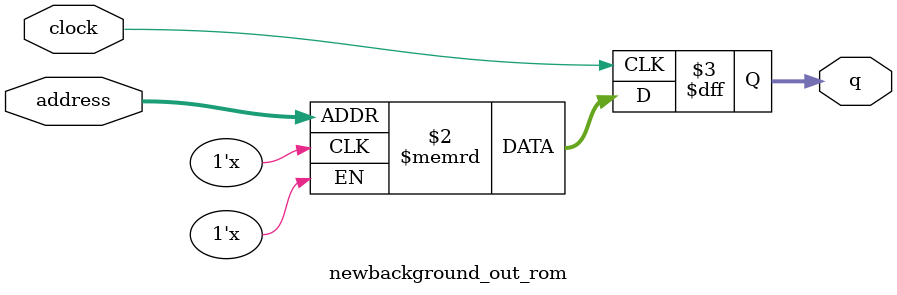
<source format=sv>
module newbackground_out_rom (
	input logic clock,
	input logic [17:0] address,
	output logic [2:0] q
);

logic [2:0] memory [0:210239] /* synthesis ram_init_file = "./newbackground_out/newbackground_out.mif" */;

always_ff @ (posedge clock) begin
	q <= memory[address];
end

endmodule

</source>
